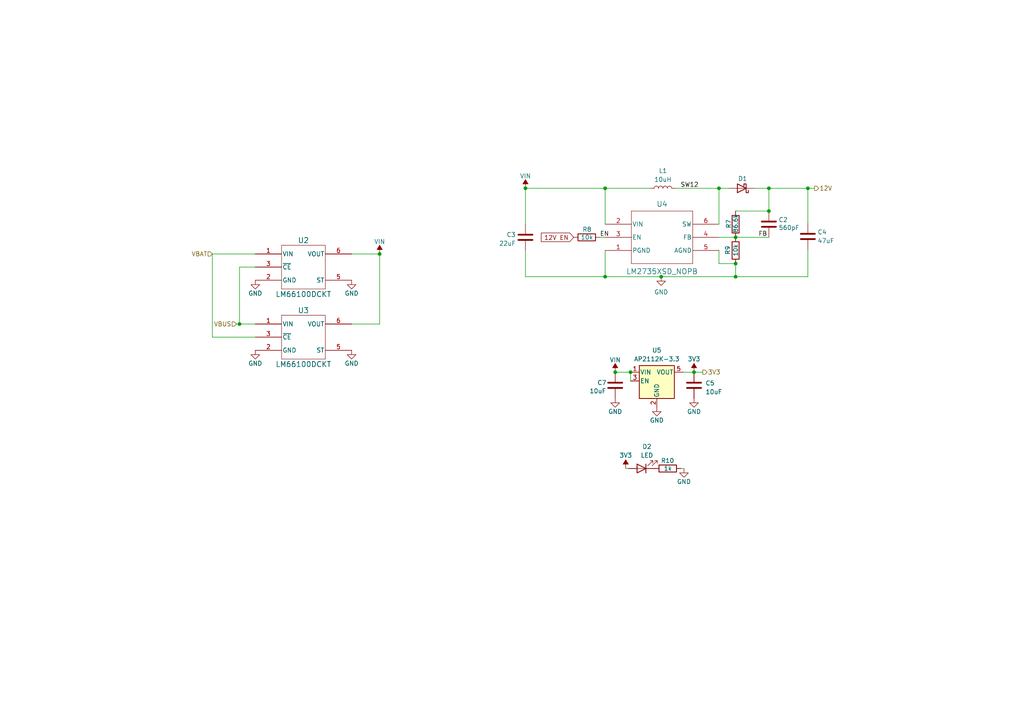
<source format=kicad_sch>
(kicad_sch (version 20231120) (generator "eeschema") (generator_version "8.0")
  (paper "A4")
  (lib_symbols
    (symbol "Device:C" (pin_numbers hide) (pin_names (offset 0.254))
      (property "Reference" "C" (at 0.635 2.54 0))
      (property "Value" "C" (at 0.635 -2.54 0))
      (symbol "C_0_1"
        (polyline (pts (xy -2.032 -0.762) (xy 2.032 -0.762)) (stroke (width 0.508)))
        (polyline (pts (xy -2.032 0.762) (xy 2.032 0.762)) (stroke (width 0.508)))
      )
      (symbol "C_1_1"
        (pin passive line (at 0 3.81 270) (length 2.794) (name "~") (number "1"))
        (pin passive line (at 0 -3.81 90) (length 2.794) (name "~") (number "2"))
      )
    )
    (symbol "Device:D_Schottky" (pin_numbers hide) (pin_names (offset 1.016) hide)
      (property "Reference" "D" (at 0 2.54 0))
      (property "Value" "D_Schottky" (at 0 -2.54 0))
      (symbol "D_Schottky_0_1"
        (polyline (pts (xy 1.27 0) (xy -1.27 0)))
        (polyline (pts (xy 1.27 1.27) (xy 1.27 -1.27) (xy -1.27 0) (xy 1.27 1.27)) (stroke (width 0.254)))
        (polyline (pts (xy -1.905 0.635) (xy -1.905 1.27) (xy -1.27 1.27) (xy -1.27 -1.27) (xy -0.635 -1.27) (xy -0.635 -0.635)) (stroke (width 0.254)))
      )
      (symbol "D_Schottky_1_1"
        (pin passive line (at -3.81 0 0) (length 2.54) (name "K") (number "1"))
        (pin passive line (at 3.81 0 180) (length 2.54) (name "A") (number "2"))
      )
    )
    (symbol "Device:L" (pin_numbers hide) (pin_names (offset 1.016) hide)
      (property "Reference" "L" (at -1.27 0 90))
      (property "Value" "L" (at 1.905 0 90))
      (symbol "L_0_1"
        (arc (start 0 -2.54) (mid 0.6323 -1.905) (end 0 -1.27))
        (arc (start 0 -1.27) (mid 0.6323 -0.635) (end 0 0))
        (arc (start 0 0) (mid 0.6323 0.635) (end 0 1.27))
        (arc (start 0 1.27) (mid 0.6323 1.905) (end 0 2.54))
      )
      (symbol "L_1_1"
        (pin passive line (at 0 3.81 270) (length 1.27) (name "1") (number "1"))
        (pin passive line (at 0 -3.81 90) (length 1.27) (name "2") (number "2"))
      )
    )
    (symbol "Device:LED" (pin_numbers hide) (pin_names (offset 1.016) hide)
      (property "Reference" "D" (at 0 2.54 0))
      (property "Value" "LED" (at 0 -2.54 0))
      (symbol "LED_0_1"
        (polyline (pts (xy -1.27 -1.27) (xy -1.27 1.27)) (stroke (width 0.254)))
        (polyline (pts (xy -1.27 0) (xy 1.27 0)))
        (polyline (pts (xy 1.27 -1.27) (xy 1.27 1.27) (xy -1.27 0) (xy 1.27 -1.27)) (stroke (width 0.254)))
        (polyline (pts (xy -3.048 -0.762) (xy -4.572 -2.286) (xy -3.81 -2.286) (xy -4.572 -2.286) (xy -4.572 -1.524)))
        (polyline (pts (xy -1.778 -0.762) (xy -3.302 -2.286) (xy -2.54 -2.286) (xy -3.302 -2.286) (xy -3.302 -1.524)))
      )
      (symbol "LED_1_1"
        (pin passive line (at -3.81 0 0) (length 2.54) (name "K") (number "1"))
        (pin passive line (at 3.81 0 180) (length 2.54) (name "A") (number "2"))
      )
    )
    (symbol "Device:R" (pin_numbers hide) (pin_names (offset 0))
      (property "Reference" "R" (at 2.032 0 90))
      (property "Value" "R" (at 0 0 90))
      (symbol "R_0_1"
        (rectangle (start -1.016 -2.54) (end 1.016 2.54) (stroke (width 0.254)))
      )
      (symbol "R_1_1"
        (pin passive line (at 0 3.81 270) (length 1.27) (name "~") (number "1"))
        (pin passive line (at 0 -3.81 90) (length 1.27) (name "~") (number "2"))
      )
    )
    (symbol "Regulator_Linear:AP2112K-3.3" (pin_names (offset 0.254))
      (property "Reference" "U" (at -5.08 5.715 0))
      (property "Value" "AP2112K-3.3" (at 0 5.715 0))
      (symbol "AP2112K-3.3_0_1"
        (rectangle (start -5.08 4.445) (end 5.08 -5.08) (stroke (width 0.254)) (fill (type background)))
      )
      (symbol "AP2112K-3.3_1_1"
        (pin power_in line (at -7.62 2.54 0) (length 2.54) (name "VIN") (number "1"))
        (pin power_in line (at 0 -7.62 90) (length 2.54) (name "GND") (number "2"))
        (pin input line (at -7.62 0 0) (length 2.54) (name "EN") (number "3"))
        (pin no_connect line (at 5.08 0 180) (length 2.54) hide (name "NC") (number "4"))
        (pin power_out line (at 7.62 2.54 180) (length 2.54) (name "VOUT") (number "5"))
      )
    )
    (symbol "power:GND" (power) (pin_names (offset 0))
      (property "Value" "GND" (at 0 -3.81 0))
      (symbol "GND_0_1"
        (polyline (pts (xy 0 0) (xy 0 -1.27) (xy 1.27 -1.27) (xy 0 -2.54) (xy -1.27 -1.27) (xy 0 -1.27)))
      )
      (symbol "GND_1_1"
        (pin power_in line (at 0 0 270) (length 0) hide (name "GND") (number "1"))
      )
    )
    (symbol "v12e:LM2735XSD_NOPB" (pin_names (offset 0.254))
      (property "Reference" "U" (at 0 8.89 0))
      (property "Value" "LM2735XSD_NOPB" (at 0 -10.16 0))
      (symbol "LM2735XSD_NOPB_0_1"
        (polyline (pts (xy -8.89 -7.62) (xy 8.89 -7.62)) (stroke (width 0.127)))
        (polyline (pts (xy -8.89 7.62) (xy -8.89 -7.62)) (stroke (width 0.127)))
        (polyline (pts (xy 8.89 -7.62) (xy 8.89 7.62)) (stroke (width 0.127)))
        (polyline (pts (xy 8.89 7.62) (xy -8.89 7.62)) (stroke (width 0.127)))
      )
      (symbol "LM2735XSD_NOPB_1_1"
        (pin power_in line (at -16.51 -3.81 0) (length 7.62) (name "PGND") (number "1"))
        (pin power_in line (at -16.51 3.81 0) (length 7.62) (name "VIN") (number "2"))
        (pin input line (at -16.51 0 0) (length 7.62) (name "EN") (number "3"))
        (pin input line (at 16.51 0 180) (length 7.62) (name "FB") (number "4"))
        (pin power_in line (at 16.51 -3.81 180) (length 7.62) (name "AGND") (number "5"))
        (pin power_out line (at 16.51 3.81 180) (length 7.62) (name "SW") (number "6"))
        (pin power_in line (at -16.51 -3.81 0) (length 7.62) hide (name "EPAD") (number "7"))
      )
    )
    (symbol "v12e:LM66100DCKT" (pin_names (offset 0.254))
      (property "Reference" "U" (at 0 10.16 0))
      (property "Value" "LM66100DCKT" (at 0 7.62 0))
      (symbol "LM66100DCKT_0_1"
        (polyline (pts (xy -6.35 -6.35) (xy 6.35 -6.35)) (stroke (width 0.127)))
        (polyline (pts (xy -6.35 6.35) (xy -6.35 -6.35)) (stroke (width 0.127)))
        (polyline (pts (xy 6.35 -6.35) (xy 6.35 6.35)) (stroke (width 0.127)))
        (polyline (pts (xy 6.35 6.35) (xy -6.35 6.35)) (stroke (width 0.127)))
        (pin input line (at -13.97 3.81 0) (length 7.62) (name "VIN") (number "1"))
        (pin output line (at 13.97 -3.81 180) (length 7.62) (name "ST") (number "5"))
        (pin output line (at 13.97 3.81 180) (length 7.62) (name "VOUT") (number "6"))
      )
      (symbol "LM66100DCKT_1_1"
        (pin power_in line (at -13.97 -3.81 0) (length 7.62) (name "GND") (number "2"))
        (pin input line (at -13.97 0 0) (length 7.62) (name "~{CE}") (number "3"))
        (pin passive line (at -13.97 -3.81 0) (length 7.62) hide (name "NC") (number "4"))
      )
    )
    (symbol "v12e:VIN" (power) (pin_names (offset 0))
      (property "Value" "VIN" (at 0 3.81 0))
      (symbol "VIN_0_1"
        (polyline (pts (xy 0 0) (xy 0 2.54)))
        (polyline (pts (xy 0.762 1.27) (xy -0.762 1.27) (xy 0 2.54) (xy 0.762 1.27)) (fill (type outline)))
      )
      (symbol "VIN_1_1"
        (pin power_in line (at 0 0 90) (length 0) hide (name "VIN") (number "1"))
      )
    )
    (symbol "v12e_driver:3V3" (power) (pin_names (offset 0))
      (property "Value" "3V3" (at 0 3.81 0))
      (symbol "3V3_0_1"
        (polyline (pts (xy 0 0) (xy 0 2.54)))
        (polyline (pts (xy 0.762 1.27) (xy -0.762 1.27) (xy 0 2.54) (xy 0.762 1.27)) (fill (type outline)))
      )
      (symbol "3V3_1_1"
        (pin power_in line (at 0 0 90) (length 0) hide (name "3V3") (number "1"))
      )
    )
  )
  (junction (at 213.36 68.834))
  (junction (at 191.77 80.264))
  (junction (at 213.36 80.264))
  (junction (at 182.88 107.95))
  (junction (at 201.295 107.95))
  (junction (at 213.36 76.454))
  (junction (at 178.435 107.95))
  (junction (at 208.534 54.61))
  (junction (at 223.012 54.61))
  (junction (at 175.514 80.264))
  (junction (at 69.469 93.98))
  (junction (at 223.012 61.214))
  (junction (at 152.4 54.61))
  (junction (at 110.109 73.66))
  (junction (at 175.514 54.61))
  (junction (at 234.315 54.61))
  (wire (pts (xy 61.595 73.66) (xy 74.041 73.66)))
  (wire (pts (xy 110.109 73.66) (xy 110.109 93.98)))
  (wire (pts (xy 182.88 107.95) (xy 182.88 110.49)))
  (wire (pts (xy 234.315 54.61) (xy 234.315 64.77)))
  (wire (pts (xy 178.435 107.95) (xy 182.88 107.95)))
  (wire (pts (xy 175.514 72.644) (xy 175.514 80.264)))
  (wire (pts (xy 101.981 93.98) (xy 110.109 93.98)))
  (wire (pts (xy 213.36 61.214) (xy 223.012 61.214)))
  (wire (pts (xy 213.36 80.264) (xy 234.315 80.264)))
  (wire (pts (xy 198.374 135.89) (xy 197.485 135.89)))
  (wire (pts (xy 223.012 54.61) (xy 234.315 54.61)))
  (wire (pts (xy 175.514 80.264) (xy 152.4 80.264)))
  (wire (pts (xy 218.948 54.61) (xy 223.012 54.61)))
  (wire (pts (xy 191.77 80.264) (xy 213.36 80.264)))
  (wire (pts (xy 208.534 76.454) (xy 213.36 76.454)))
  (wire (pts (xy 234.315 54.61) (xy 236.22 54.61)))
  (wire (pts (xy 213.36 68.834) (xy 223.012 68.834)))
  (wire (pts (xy 181.483 135.89) (xy 182.245 135.89)))
  (wire (pts (xy 152.4 54.61) (xy 152.4 65.024)))
  (wire (pts (xy 175.514 54.61) (xy 188.468 54.61)))
  (wire (pts (xy 223.012 54.61) (xy 223.012 61.214)))
  (wire (pts (xy 234.315 72.39) (xy 234.315 80.264)))
  (wire (pts (xy 61.595 73.66) (xy 61.595 97.79)))
  (wire (pts (xy 69.469 93.98) (xy 69.469 77.47)))
  (wire (pts (xy 61.595 97.79) (xy 74.041 97.79)))
  (wire (pts (xy 69.469 77.47) (xy 74.041 77.47)))
  (wire (pts (xy 208.534 72.644) (xy 208.534 76.454)))
  (wire (pts (xy 152.4 54.61) (xy 175.514 54.61)))
  (wire (pts (xy 69.469 93.98) (xy 74.041 93.98)))
  (wire (pts (xy 213.36 80.3148) (xy 213.36 80.264)))
  (wire (pts (xy 211.328 54.61) (xy 208.534 54.61)))
  (wire (pts (xy 208.534 68.834) (xy 213.36 68.834)))
  (wire (pts (xy 213.36 76.454) (xy 213.36 80.264)))
  (wire (pts (xy 110.109 73.66) (xy 101.981 73.66)))
  (wire (pts (xy 152.4 80.264) (xy 152.4 72.644)))
  (wire (pts (xy 173.99 68.834) (xy 175.514 68.834)))
  (wire (pts (xy 198.12 107.95) (xy 201.295 107.95)))
  (wire (pts (xy 208.534 54.61) (xy 208.534 65.024)))
  (wire (pts (xy 68.58 93.98) (xy 69.469 93.98)))
  (wire (pts (xy 175.514 54.61) (xy 175.514 65.024)))
  (wire (pts (xy 191.77 80.264) (xy 175.514 80.264)))
  (wire (pts (xy 196.088 54.61) (xy 208.534 54.61)))
  (wire (pts (xy 203.835 107.95) (xy 201.295 107.95)))
  (label "EN" (at 173.99 68.834 0))
  (label "SW12" (at 197.358 54.61 0))
  (label "FB" (at 219.964 68.834 0))
  (global_label "12V EN" (shape input) (at 166.37 68.834 180) (property "Intersheetrefs" "${INTERSHEET_REFS}" (effects (hide yes))))
  (hierarchical_label "12V" (shape output) (at 236.22 54.61 0))
  (hierarchical_label "VBAT" (shape input) (at 61.595 73.66 180))
  (hierarchical_label "VBUS" (shape input) (at 68.58 93.98 180))
  (hierarchical_label "3V3" (shape output) (at 203.835 107.95 0))
  (symbol (lib_id "v12e:LM66100DCKT") (at 88.011 77.47 0) (unit 1)
    (property "Reference" "U2" (at 88.011 69.723 0) (effects (font (size 1.524 1.524))))
    (property "Value" "LM66100DCKT" (at 88.011 85.344 0) (effects (font (size 1.524 1.524))))
    (property "Footprint" "v12e:SC70_DCK6_TI" (effects (hide yes)))
    (property "Datasheet" "LM66100DCKT" (effects (hide yes)))
    (property "JLCPCB Part #" "C2832141" (effects (hide yes)))
  )
  (symbol (lib_id "Device:R") (at 213.36 72.644 0) (unit 1)
    (property "Reference" "R9" (at 211.074 73.914 90) (effects (justify left)))
    (property "Value" "10k" (at 213.36 74.422 90) (effects (justify left)))
    (property "Footprint" "Resistor_SMD:R_0402_1005Metric" (effects (hide yes)))
    (property "JLCPCB Part #" "C25744" (effects (hide yes)))
  )
  (symbol (lib_id "power:GND") (at 74.041 101.6 0) (unit 1)
    (property "Reference" "#PWR016" (effects (hide yes)))
    (property "Value" "GND" (at 74.041 105.41 0))
  )
  (symbol (lib_id "v12e:VIN") (at 178.435 107.95 0) (unit 1)
    (property "Reference" "#PWR077" (effects (hide yes)))
    (property "Value" "VIN" (at 178.435 104.394 0))
  )
  (symbol (lib_id "Device:C") (at 223.012 65.024 180) (unit 1)
    (property "Reference" "C2" (at 225.806 63.754 0) (effects (justify right)))
    (property "Value" "560pF" (at 225.806 66.04 0) (effects (justify right)))
    (property "Footprint" "Capacitor_SMD:C_0402_1005Metric" (effects (hide yes)))
    (property "JLCPCB Part #" "C464953" (effects (hide yes)))
  )
  (symbol (lib_id "v12e:VIN") (at 110.109 73.66 0) (unit 1)
    (property "Reference" "#PWR012" (effects (hide yes)))
    (property "Value" "VIN" (at 110.109 70.104 0))
  )
  (symbol (lib_id "Device:R") (at 193.675 135.89 90) (unit 1)
    (property "Reference" "R10" (at 195.58 133.604 90) (effects (justify left)))
    (property "Value" "1k" (at 194.945 135.89 90) (effects (justify left)))
    (property "Footprint" "Resistor_SMD:R_0402_1005Metric" (effects (hide yes)))
    (property "JLCPCB Part #" "C11702" (effects (hide yes)))
  )
  (symbol (lib_id "Device:D_Schottky") (at 215.138 54.61 180) (unit 1)
    (property "Reference" "D1" (at 215.392 51.816 0))
    (property "Value" "D_Schottky" (effects (hide yes)))
    (property "Footprint" "Diode_SMD:D_SOD-123F" (effects (hide yes)))
    (property "JLCPCB Part #" "C725481" (effects (hide yes)))
  )
  (symbol (lib_id "v12e:LM2735XSD_NOPB") (at 192.024 68.834 0) (unit 1)
    (property "Reference" "U4" (at 192.024 59.182 0) (effects (font (size 1.524 1.524))))
    (property "Value" "LM2735XSD_NOPB" (at 192.024 78.74 0) (effects (font (size 1.524 1.524))))
    (property "Footprint" "Package_SON:Texas_PWSON-N6" (effects (hide yes)))
    (property "Datasheet" "LM2735XSD/NOPB" (effects (hide yes)))
    (property "JLCPCB Part #" "C2072080" (effects (hide yes)))
  )
  (symbol (lib_id "Regulator_Linear:AP2112K-3.3") (at 190.5 110.49 0) (unit 1)
    (property "Reference" "U5" (at 190.5 101.6 0))
    (property "Value" "AP2112K-3.3" (at 190.5 104.14 0))
    (property "Footprint" "Package_TO_SOT_SMD:SOT-23-5" (effects (hide yes)))
    (property "Datasheet" "https://www.diodes.com/assets/Datasheets/AP2112.pdf" (effects (hide yes)))
    (property "Description" "600mA low dropout linear regulator, with enable pin, 3.8V-6V input voltage range, 3.3V fixed positive output, SOT-23-5" (effects (hide yes)))
  )
  (symbol (lib_id "Device:C") (at 201.295 111.76 0) (unit 1)
    (property "Reference" "C5" (at 204.597 111.125 0) (effects (justify left)))
    (property "Value" "10uF" (at 204.597 113.665 0) (effects (justify left)))
    (property "Footprint" "Capacitor_SMD:C_0603_1608Metric" (effects (hide yes)))
    (property "JLCPCB Part #" "C19702" (effects (hide yes)))
  )
  (symbol (lib_id "v12e:VIN") (at 152.4 54.61 0) (unit 1)
    (property "Reference" "#PWR018" (effects (hide yes)))
    (property "Value" "VIN" (at 152.4 51.054 0))
  )
  (symbol (lib_id "v12e:LM66100DCKT") (at 88.011 97.79 0) (unit 1)
    (property "Reference" "U3" (at 88.011 90.043 0) (effects (font (size 1.524 1.524))))
    (property "Value" "LM66100DCKT" (at 88.011 105.664 0) (effects (font (size 1.524 1.524))))
    (property "Footprint" "v12e:SC70_DCK6_TI" (effects (hide yes)))
    (property "Datasheet" "LM66100DCKT" (effects (hide yes)))
    (property "JLCPCB Part #" "C2832141" (effects (hide yes)))
  )
  (symbol (lib_id "Device:R") (at 170.18 68.834 270) (unit 1)
    (property "Reference" "R8" (at 168.91 66.548 90) (effects (justify left)))
    (property "Value" "10k" (at 168.402 68.834 90) (effects (justify left)))
    (property "Footprint" "Resistor_SMD:R_0402_1005Metric" (effects (hide yes)))
    (property "JLCPCB Part #" "C25744" (effects (hide yes)))
  )
  (symbol (lib_id "v12e_driver:3V3") (at 181.483 135.89 0) (unit 1)
    (property "Reference" "#PWR024" (effects (hide yes)))
    (property "Value" "3V3" (at 181.483 132.08 0))
  )
  (symbol (lib_id "power:GND") (at 190.5 118.11 0) (unit 1)
    (property "Reference" "#PWR075" (effects (hide yes)))
    (property "Value" "GND" (at 190.5 121.92 0))
  )
  (symbol (lib_id "power:GND") (at 198.374 135.89 0) (unit 1)
    (property "Reference" "#PWR025" (effects (hide yes)))
    (property "Value" "GND" (at 198.374 139.7 0))
  )
  (symbol (lib_id "Device:C") (at 152.4 68.834 0) (unit 1)
    (property "Reference" "C3" (at 149.606 68.072 0) (effects (justify right)))
    (property "Value" "22uF" (at 149.606 70.612 0) (effects (justify right)))
    (property "Footprint" "Capacitor_SMD:C_0805_2012Metric" (effects (hide yes)))
    (property "JLCPCB Part #" "C45783" (effects (hide yes)))
  )
  (symbol (lib_id "Device:LED") (at 186.055 135.89 180) (unit 1)
    (property "Reference" "D2" (at 187.6425 129.54 0))
    (property "Value" "LED" (at 187.6425 132.08 0))
    (property "Footprint" "v12e:LED_0603_RA_TJ-S1706CL6T5ALC9Y-A5" (effects (hide yes)))
    (property "JLCPCB Part #" "C1322337" (effects (hide yes)))
  )
  (symbol (lib_id "v12e_driver:3V3") (at 201.295 107.95 0) (unit 1)
    (property "Reference" "#PWR079" (effects (hide yes)))
    (property "Value" "3V3" (at 201.295 104.14 0))
  )
  (symbol (lib_id "power:GND") (at 101.981 101.6 0) (unit 1)
    (property "Reference" "#PWR017" (effects (hide yes)))
    (property "Value" "GND" (at 101.981 105.41 0))
  )
  (symbol (lib_id "power:GND") (at 101.981 81.28 0) (unit 1)
    (property "Reference" "#PWR014" (effects (hide yes)))
    (property "Value" "GND" (at 101.981 85.09 0))
  )
  (symbol (lib_id "power:GND") (at 178.435 115.57 0) (unit 1)
    (property "Reference" "#PWR078" (effects (hide yes)))
    (property "Value" "GND" (at 178.435 119.38 0))
  )
  (symbol (lib_id "power:GND") (at 201.295 115.57 0) (unit 1)
    (property "Reference" "#PWR076" (effects (hide yes)))
    (property "Value" "GND" (at 201.295 119.38 0))
  )
  (symbol (lib_id "Device:C") (at 178.435 111.76 0) (unit 1)
    (property "Reference" "C7" (at 173.228 110.998 0) (effects (justify left)))
    (property "Value" "10uF" (at 170.942 113.411 0) (effects (justify left)))
    (property "Footprint" "Capacitor_SMD:C_0603_1608Metric" (effects (hide yes)))
    (property "JLCPCB Part #" "C19702" (effects (hide yes)))
  )
  (symbol (lib_id "power:GND") (at 191.77 80.264 0) (unit 1)
    (property "Reference" "#PWR020" (effects (hide yes)))
    (property "Value" "GND" (at 191.77 84.709 0))
  )
  (symbol (lib_id "Device:L") (at 192.278 54.61 90) (unit 1)
    (property "Reference" "L1" (at 192.278 49.53 90))
    (property "Value" "10uH" (at 192.278 52.07 90))
    (property "Footprint" "v12e:IND_357100_WRE" (effects (hide yes)))
    (property "JLCPCB Part #" "C2651175" (effects (hide yes)))
  )
  (symbol (lib_id "Device:C") (at 234.315 68.58 180) (unit 1)
    (property "Reference" "C4" (at 237.109 67.31 0) (effects (justify right)))
    (property "Value" "47uF" (at 237.109 69.85 0) (effects (justify right)))
    (property "Footprint" "Capacitor_SMD:C_1210_3225Metric" (effects (hide yes)))
    (property "JLCPCB Part #" "C77101" (effects (hide yes)))
  )
  (symbol (lib_id "power:GND") (at 74.041 81.28 0) (unit 1)
    (property "Reference" "#PWR013" (effects (hide yes)))
    (property "Value" "GND" (at 74.041 85.09 0))
  )
  (symbol (lib_id "Device:R") (at 213.36 65.024 0) (unit 1)
    (property "Reference" "R7" (at 211.328 66.294 90) (effects (justify left)))
    (property "Value" "86.6k" (at 213.36 67.564 90) (effects (justify left)))
    (property "Footprint" "Resistor_SMD:R_0402_1005Metric" (effects (hide yes)))
    (property "JLCPCB Part #" "C881092" (effects (hide yes)))
  )
)
</source>
